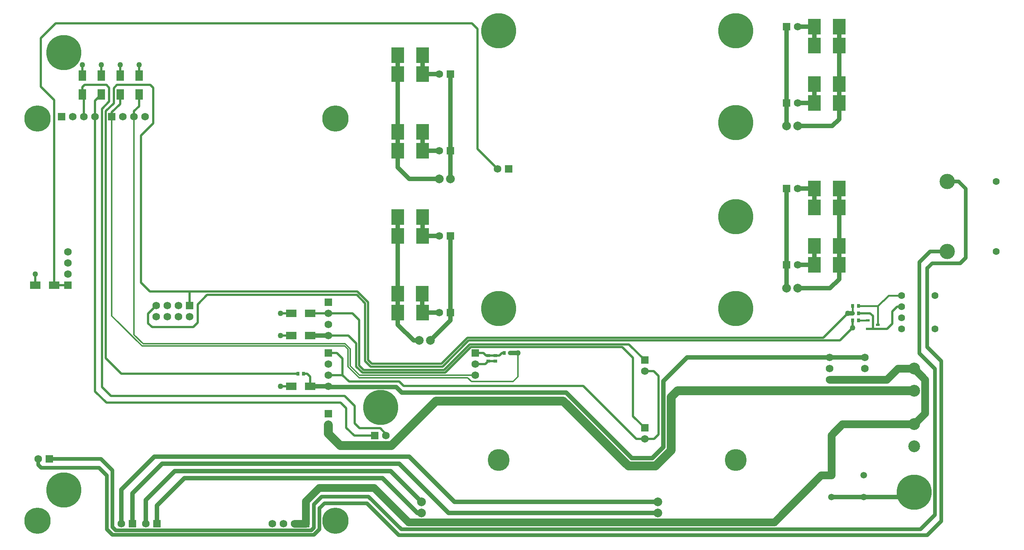
<source format=gtl>
G04*
G04 #@! TF.GenerationSoftware,Altium Limited,Altium Designer,22.8.2 (66)*
G04*
G04 Layer_Physical_Order=1*
G04 Layer_Color=255*
%FSLAX44Y44*%
%MOMM*%
G71*
G04*
G04 #@! TF.SameCoordinates,4EFE7699-17C8-4AF9-A536-91C0C68ECE63*
G04*
G04*
G04 #@! TF.FilePolarity,Positive*
G04*
G01*
G75*
%ADD14R,2.4500X1.7500*%
%ADD15R,0.7000X0.9500*%
%ADD16R,1.7500X2.4500*%
%ADD17R,2.9500X3.6000*%
%ADD18R,0.9000X0.6000*%
%ADD19R,0.9500X0.7000*%
%ADD39C,2.0000*%
%ADD40C,1.7500*%
%ADD41C,0.8300*%
%ADD42C,0.5000*%
%ADD43C,1.0000*%
%ADD44C,0.3500*%
%ADD45C,0.3810*%
%ADD46R,1.7500X1.7500*%
%ADD47C,1.7500*%
%ADD48R,1.7500X1.7500*%
%ADD49C,8.0000*%
%ADD50C,1.5000*%
%ADD51C,2.0000*%
%ADD52C,5.0000*%
%ADD53C,3.5000*%
%ADD54C,1.6000*%
%ADD55C,2.7000*%
%ADD56C,6.0000*%
%ADD57C,1.2700*%
D14*
X133350Y649990D02*
D03*
X90350D02*
D03*
X717550Y418690D02*
D03*
X674550D02*
D03*
X674550Y534890D02*
D03*
X717550D02*
D03*
X674550Y585470D02*
D03*
X717550D02*
D03*
D15*
X702460Y447040D02*
D03*
X689460D02*
D03*
X1968650Y585470D02*
D03*
X1955650D02*
D03*
X1173630Y494540D02*
D03*
X1160630D02*
D03*
X1955650Y601980D02*
D03*
X1968650D02*
D03*
X1968650Y568960D02*
D03*
X1955650D02*
D03*
D16*
X284193Y1128940D02*
D03*
Y1085940D02*
D03*
X327230Y1128940D02*
D03*
Y1085940D02*
D03*
X241157Y1128940D02*
D03*
Y1085940D02*
D03*
X198120Y1128940D02*
D03*
Y1085940D02*
D03*
D17*
X1868170Y827800D02*
D03*
X1924670D02*
D03*
X917633Y761980D02*
D03*
X974133D02*
D03*
X1924670Y1109160D02*
D03*
X1868170D02*
D03*
Y739160D02*
D03*
X1924670D02*
D03*
X1868170Y1065980D02*
D03*
X1924670D02*
D03*
X1868170Y695980D02*
D03*
X1924670D02*
D03*
X1868170Y1240980D02*
D03*
X1924670D02*
D03*
X1868170Y1197800D02*
D03*
X1924670D02*
D03*
X1868170Y870980D02*
D03*
X1924670D02*
D03*
X974133Y956980D02*
D03*
X917633D02*
D03*
X973553Y630160D02*
D03*
X917053D02*
D03*
X974133Y1000160D02*
D03*
X917633D02*
D03*
X974133Y586980D02*
D03*
X917633D02*
D03*
X974133Y1175160D02*
D03*
X917633D02*
D03*
X974133Y805160D02*
D03*
X917633D02*
D03*
X974133Y1131980D02*
D03*
X917633D02*
D03*
D18*
X1990090Y568910D02*
D03*
Y549910D02*
D03*
X2013090Y559410D02*
D03*
D19*
X1140460Y476100D02*
D03*
Y489100D02*
D03*
X1123950Y476100D02*
D03*
Y489100D02*
D03*
D39*
X1541780Y271780D02*
Y393700D01*
X1443990Y236220D02*
X1506220D01*
X1541780Y271780D01*
X1295400Y384810D02*
X1443990Y236220D01*
X1004570Y384810D02*
X1295400D01*
X1556095Y408015D02*
X1903240D01*
X1541780Y393700D02*
X1556095Y408015D01*
X1983340D02*
X2096152D01*
X786130Y283210D02*
X902970D01*
X1004570Y384810D01*
X758940Y310400D02*
Y330420D01*
Y310400D02*
X786130Y283210D01*
X1903240Y408015D02*
X1983340D01*
D40*
X707124Y104238D02*
Y155944D01*
X737870Y186690D02*
X863600D01*
X707124Y155944D02*
X737870Y186690D01*
X2096152Y458815D02*
X2120900Y434067D01*
Y356563D02*
Y434067D01*
X681724Y104238D02*
X707124D01*
X1932015Y331815D02*
X2096152D01*
X1776730Y107950D02*
X1883830Y215050D01*
X1983340Y433415D02*
X2033615D01*
X2059015Y458815D01*
X2096152Y331815D02*
X2120900Y356563D01*
X863600Y186690D02*
X942340Y107950D01*
X1776730D01*
X1907195Y306995D02*
X1932015Y331815D01*
X1907195Y215050D02*
Y306995D01*
X1903240Y433415D02*
X1983340D01*
X2059015Y458815D02*
X2096152D01*
X1883830Y215050D02*
X1907195D01*
D41*
X744220Y166370D02*
X850900D01*
X726440Y95250D02*
Y148590D01*
X744220Y166370D01*
X2157730Y110490D02*
Y476250D01*
X2125980Y508000D02*
X2157730Y476250D01*
X2125980Y508000D02*
Y688340D01*
X2108200Y494030D02*
Y702310D01*
X2143760Y124460D02*
Y458470D01*
X2108200Y494030D02*
X2143760Y458470D01*
X720090Y88900D02*
X726440Y95250D01*
X240440Y252320D02*
X266700Y226060D01*
X122670Y252320D02*
X240440D01*
X266700Y96520D02*
X274320Y88900D01*
X2108200Y702310D02*
X2132230Y726340D01*
X925830Y91440D02*
X2110740D01*
X266700Y96520D02*
Y226060D01*
X274320Y88900D02*
X720090D01*
X2132230Y726340D02*
X2171700D01*
X850900Y166370D02*
X925830Y91440D01*
X2110740D02*
X2143760Y124460D01*
X2137410Y699770D02*
X2200910D01*
X739140Y139700D02*
X750570Y151130D01*
X2171700Y886340D02*
X2197220D01*
X2125980Y688340D02*
X2137410Y699770D01*
X2125610Y78370D02*
X2157730Y110490D01*
X726440Y78740D02*
X739140Y91440D01*
X750570Y151130D02*
X847090D01*
X739140Y91440D02*
Y139700D01*
X254000Y91440D02*
X266700Y78740D01*
X97270Y239280D02*
X104140Y232410D01*
X919850Y78370D02*
X2125610D01*
X266700Y78740D02*
X726440D01*
X2200910Y699770D02*
X2213610Y712470D01*
X847090Y151130D02*
X919850Y78370D01*
X97270Y239280D02*
Y252320D01*
X254000Y91440D02*
Y214630D01*
X2197220Y886340D02*
X2213610Y869950D01*
Y712470D02*
Y869950D01*
X104140Y232410D02*
X236220D01*
X254000Y214630D01*
D42*
X806450Y429260D02*
X920750D01*
X930910Y419100D02*
X1341120D01*
X920750Y429260D02*
X930910Y419100D01*
X791620Y444090D02*
X806450Y429260D01*
X1341120Y419100D02*
X1462060Y298160D01*
X1480924D01*
X1445074Y514350D02*
X1480924Y478500D01*
X1023270Y455580D02*
X1082040Y514350D01*
X1445074D01*
X855980Y463550D02*
X1019810D01*
X1079500Y523240D01*
X1926590D01*
X1888490Y529590D02*
X1944370Y585470D01*
X1076960Y529590D02*
X1888490D01*
X1017270Y469900D02*
X1076960Y529590D01*
X1926590Y523240D02*
X1955800Y552450D01*
X858520Y469900D02*
X1017270D01*
X758940Y494890D02*
X778920D01*
X791620Y482190D01*
Y444090D02*
Y482190D01*
X327230Y1128940D02*
Y1153660D01*
X284193Y1128940D02*
Y1153660D01*
X241157Y1128940D02*
Y1153660D01*
X198120Y1128940D02*
Y1153660D01*
X90350Y649990D02*
Y674710D01*
X649830Y585470D02*
X674550D01*
X649830Y534890D02*
X674550D01*
X649830Y418690D02*
X674550D01*
X1087120Y1248410D02*
X1099820Y1235710D01*
X137160Y1248410D02*
X1087120D01*
X1099820Y960972D02*
Y1235710D01*
Y960972D02*
X1145242Y915550D01*
X327230Y1058750D02*
Y1085940D01*
X315800Y1047320D02*
X327230Y1058750D01*
X315800Y1035270D02*
Y1047320D01*
X284193Y1063973D02*
Y1085940D01*
X265000Y1044780D02*
X284193Y1063973D01*
X265000Y1035270D02*
Y1044780D01*
X226900Y1071683D02*
X241157Y1085940D01*
X226900Y1035270D02*
Y1071683D01*
X201500Y1035270D02*
Y1082560D01*
X198120Y1085940D02*
X201500Y1082560D01*
X198120Y1085940D02*
Y1102440D01*
X203120Y1107440D01*
X252730D01*
X259080Y1101090D01*
Y1069340D02*
Y1101090D01*
X242570Y1052830D02*
X259080Y1069340D01*
X251460Y1047750D02*
X269443Y1065733D01*
X251460Y482600D02*
Y1047750D01*
X269443Y1065733D02*
Y1100023D01*
X276860Y1107440D01*
X353060D01*
X717550Y418690D02*
Y440690D01*
X711200Y447040D02*
X717550Y440690D01*
X702460Y447040D02*
X711200D01*
X717550Y585470D02*
X717770Y585690D01*
X758940D01*
X287020Y447040D02*
X689460D01*
X251460Y482600D02*
X287020Y447040D01*
X353060Y1107440D02*
X359410Y1101090D01*
Y1019810D02*
Y1101090D01*
X331470Y991870D02*
X359410Y1019810D01*
X331470Y655320D02*
Y991870D01*
Y655320D02*
X351790Y635000D01*
X442710D01*
Y602840D02*
Y635000D01*
X825500D01*
X849630Y610870D01*
X242570Y416560D02*
X262890Y396240D01*
X242570Y416560D02*
Y1052830D01*
X102870Y1103630D02*
X133350Y1073150D01*
Y649990D02*
Y1073150D01*
Y649990D02*
X164580D01*
X102870Y1214120D02*
X137160Y1248410D01*
X102870Y1103630D02*
Y1214120D01*
X800100Y323850D02*
Y368300D01*
X226900Y406830D02*
Y1035270D01*
X252730Y381000D02*
X787400D01*
X226900Y406830D02*
X252730Y381000D01*
X800100Y323850D02*
X818170Y305780D01*
X865092D01*
X787400Y381000D02*
X800100Y368300D01*
X877570Y322580D02*
X890492Y309658D01*
X819150Y334010D02*
X830580Y322580D01*
X890492Y305780D02*
Y309658D01*
X819150Y334010D02*
Y373380D01*
X830580Y322580D02*
X877570D01*
X796290Y396240D02*
X819150Y373380D01*
X262890Y396240D02*
X796290D01*
X758940Y444090D02*
X791620D01*
X1501430Y453100D02*
X1512570Y441960D01*
X1502120Y298160D02*
X1512570Y308610D01*
X1480924Y453100D02*
X1501430D01*
X1480924Y298160D02*
X1502120D01*
X1512570Y308610D02*
Y441960D01*
X758940Y585690D02*
X813850D01*
X829310Y465685D02*
Y570230D01*
Y465685D02*
X839415Y455580D01*
X813850Y585690D02*
X829310Y570230D01*
X839415Y455580D02*
X1023270D01*
X1454150Y350334D02*
X1480924Y323560D01*
X1084580Y508000D02*
X1430020D01*
X836930Y449580D02*
X1026160D01*
X1430020Y508000D02*
X1454150Y483870D01*
X822960Y463550D02*
X836930Y449580D01*
X1454150Y350334D02*
Y483870D01*
X1026160Y449580D02*
X1084580Y508000D01*
X822960Y463550D02*
Y516890D01*
X758940Y534890D02*
X804960D01*
X822960Y516890D01*
X461010Y605790D02*
X482600Y627380D01*
X347980Y584310D02*
X366510Y602840D01*
X461010Y563880D02*
Y605790D01*
X843280Y476250D02*
X855980Y463550D01*
X347980Y562610D02*
Y584310D01*
X450850Y553720D02*
X461010Y563880D01*
X843280Y476250D02*
Y608330D01*
X824230Y627380D02*
X843280Y608330D01*
X356870Y553720D02*
X450850D01*
X482600Y627380D02*
X824230D01*
X347980Y562610D02*
X356870Y553720D01*
X849630Y478790D02*
X858520Y469900D01*
X849630Y478790D02*
Y610870D01*
X1955650Y552600D02*
X1955800Y552450D01*
X1955650Y552600D02*
Y568960D01*
X2057400Y600710D02*
X2067560D01*
X2045970Y589280D02*
X2057400Y600710D01*
X2045970Y561340D02*
Y589280D01*
X2034540Y549910D02*
X2045970Y561340D01*
X2001590Y549910D02*
X2034540D01*
X2001590D02*
Y579050D01*
X1990090Y549910D02*
X2001590D01*
X1995170Y585470D02*
X2001590Y579050D01*
X1968650Y585470D02*
X1995170D01*
X1123950Y476100D02*
X1140460D01*
X1116990Y469140D02*
X1123950Y476100D01*
X1094442Y469140D02*
X1116990D01*
X1154940Y494540D02*
X1160630D01*
X1149500Y489100D02*
X1154940Y494540D01*
X1140460Y489100D02*
X1149500D01*
X1123950D02*
X1140460D01*
X1118720D02*
X1123950D01*
X1113280Y494540D02*
X1118720Y489100D01*
X1094442Y494540D02*
X1113280D01*
D43*
X361950Y257810D02*
X943610D01*
X1047033Y154387D01*
X1511300D01*
X286590Y182450D02*
X361950Y257810D01*
X311990Y173560D02*
X379730Y241300D01*
X920750D02*
X1033063Y128987D01*
X379730Y241300D02*
X920750D01*
X408940Y224790D02*
X901147D01*
X342470Y158320D02*
X408940Y224790D01*
X901147D02*
X971550Y154387D01*
X430530Y208280D02*
X882650D01*
X367870Y145620D02*
X430530Y208280D01*
X882650D02*
X961943Y128987D01*
X926402Y403860D02*
X1301750D01*
X1451610Y254000D02*
X1498600D01*
X1301750Y403860D02*
X1451610Y254000D01*
X1524000Y279400D02*
Y430530D01*
X1577685Y484215D02*
X1903240D01*
X1524000Y430530D02*
X1577685Y484215D01*
X1498600Y254000D02*
X1524000Y279400D01*
X953770Y523240D02*
X966470D01*
X917633Y559377D02*
Y586980D01*
Y559377D02*
X953770Y523240D01*
X1037931Y569301D02*
Y586980D01*
X991870Y523240D02*
X1037931Y569301D01*
X758940Y534890D02*
X758940Y534890D01*
X717550Y534890D02*
X758940D01*
X342470Y104360D02*
Y158320D01*
X961943Y128987D02*
X971550D01*
X367870Y104360D02*
Y145620D01*
X286590Y104360D02*
Y182450D01*
X311990Y104360D02*
Y173560D01*
X1033063Y128987D02*
X1511300D01*
X761070Y416560D02*
X913702D01*
X758940Y418690D02*
X761070Y416560D01*
X1903240Y484215D02*
X1983340D01*
X913702Y416560D02*
X926402Y403860D01*
X1907195Y165050D02*
X1980855D01*
X2084722D02*
X2096152Y176480D01*
X1980855Y165050D02*
X2084722D01*
X717550Y418690D02*
X758940D01*
X1944370Y585470D02*
X1955650D01*
X1955650Y585470D01*
X1173630Y494540D02*
X1192020D01*
X917633Y586980D02*
Y630160D01*
Y761980D01*
X1924670Y1197800D02*
Y1240980D01*
Y1109160D02*
Y1197800D01*
Y1065980D02*
Y1109160D01*
Y1029320D02*
Y1065980D01*
X1908810Y1013460D02*
X1924670Y1029320D01*
X1829772Y1013460D02*
X1908810D01*
X1924670Y827800D02*
Y870980D01*
Y663560D02*
Y827800D01*
X1903730Y642620D02*
X1924670Y663560D01*
X1829772Y642620D02*
X1903730D01*
X1804372Y1065980D02*
Y1240980D01*
Y1013460D02*
Y1065980D01*
Y695980D02*
Y870980D01*
Y642620D02*
Y695980D01*
X917633Y1131980D02*
Y1175160D01*
Y1000160D02*
Y1131980D01*
Y956980D02*
Y1000160D01*
Y918787D02*
Y956980D01*
Y918787D02*
X943610Y892810D01*
X1012531D01*
X1037931D02*
Y1131980D01*
X1037931Y1131980D01*
X917633Y761980D02*
Y805160D01*
X1037931Y586980D02*
Y761980D01*
X1012531Y586980D02*
X1012531Y586980D01*
X974133Y586980D02*
X1012531D01*
X973553Y587560D02*
X974133Y586980D01*
X973553Y587560D02*
Y630160D01*
X974110Y762003D02*
Y805160D01*
X974133Y761980D02*
X974133Y761980D01*
X1012531D01*
X974110Y762003D02*
X974133Y761980D01*
X974110Y805160D02*
X974133D01*
X1012531Y956980D02*
X1012531Y956980D01*
X974133Y956980D02*
X1012531D01*
X974133D02*
Y1000160D01*
X1012531Y1131980D02*
X1012531Y1131980D01*
X974133Y1131980D02*
X1012531D01*
X974133D02*
Y1175160D01*
X1868170Y1240980D02*
X1868170Y1240980D01*
X1829772Y1240980D02*
X1868170D01*
X1868170Y1197800D02*
Y1240980D01*
X1829772Y1065980D02*
X1868170D01*
X1868170Y1065980D01*
Y1109160D01*
X1829772Y870980D02*
X1868170D01*
X1868170Y870980D01*
Y827800D02*
Y870980D01*
X1868170Y695980D02*
Y739160D01*
X1829772Y695980D02*
X1829772Y695980D01*
X1868170D01*
D44*
X803910Y463536D02*
X828206Y439240D01*
X1192020Y440180D02*
Y494540D01*
X1181100Y429260D02*
X1192020Y440180D01*
X1085850Y429260D02*
X1181100D01*
X828206Y439240D02*
X828220D01*
X265000Y579550D02*
Y1035270D01*
X803910Y463536D02*
Y502906D01*
X1076960Y438150D02*
X1085850Y429260D01*
X796276Y510540D02*
X803910Y502906D01*
X265000Y579550D02*
X334010Y510540D01*
X796276D01*
X828220Y439240D02*
X829310Y438150D01*
X1076960D01*
X315800Y536370D02*
Y1035270D01*
Y536370D02*
X336550Y515620D01*
X830070Y443740D02*
X1094442D01*
X808990Y464820D02*
Y504190D01*
X336550Y515620D02*
X797560D01*
X808990Y464820D02*
X830070Y443740D01*
X797560Y515620D02*
X808990Y504190D01*
D45*
X1990040Y568960D02*
X1990090Y568910D01*
X1968650Y568960D02*
X1990040D01*
X1955650Y585470D02*
Y601980D01*
X2013090D02*
X2037220Y626110D01*
X2067560D01*
X1968650Y601980D02*
X2013090D01*
Y559410D02*
Y601980D01*
D46*
X442710Y602840D02*
D03*
X865092Y305780D02*
D03*
X150700Y1035270D02*
D03*
X265000D02*
D03*
X707124Y104238D02*
D03*
X1170642Y915550D02*
D03*
X122670Y252320D02*
D03*
X367870Y104360D02*
D03*
X311990D02*
D03*
X1037931Y586980D02*
D03*
Y761980D02*
D03*
X1037931Y1131980D02*
D03*
Y956980D02*
D03*
X1804372Y1240980D02*
D03*
Y1065980D02*
D03*
Y695980D02*
D03*
Y870980D02*
D03*
D47*
X442710Y577440D02*
D03*
X417310Y602840D02*
D03*
Y577440D02*
D03*
X391910Y602840D02*
D03*
Y577440D02*
D03*
X366510Y602840D02*
D03*
Y577440D02*
D03*
X758940Y469490D02*
D03*
Y444090D02*
D03*
Y418690D02*
D03*
X1903240Y484215D02*
D03*
Y458815D02*
D03*
Y433415D02*
D03*
Y408015D02*
D03*
X890492Y305780D02*
D03*
X1094442Y469140D02*
D03*
Y443740D02*
D03*
X1983340Y458815D02*
D03*
Y433415D02*
D03*
Y484215D02*
D03*
Y408015D02*
D03*
X758940Y330420D02*
D03*
X164580Y726190D02*
D03*
Y700790D02*
D03*
Y675390D02*
D03*
X758940Y534890D02*
D03*
Y560290D02*
D03*
Y585690D02*
D03*
X226900Y1035270D02*
D03*
X201500D02*
D03*
X176100D02*
D03*
X341200D02*
D03*
X315800D02*
D03*
X290400D02*
D03*
X630924Y104238D02*
D03*
X656324D02*
D03*
X681724D02*
D03*
X1480924Y298160D02*
D03*
X1145242Y915550D02*
D03*
X97270Y252320D02*
D03*
X342470Y104360D02*
D03*
X286590D02*
D03*
X1480924Y453100D02*
D03*
X1012531Y586980D02*
D03*
Y761980D02*
D03*
X1012531Y1131980D02*
D03*
Y956980D02*
D03*
X1829772Y1240980D02*
D03*
Y1065980D02*
D03*
Y695980D02*
D03*
Y870980D02*
D03*
D48*
X758940Y494890D02*
D03*
X1094442Y494540D02*
D03*
X758940Y355820D02*
D03*
X164580Y649990D02*
D03*
X758940Y611090D02*
D03*
X1480924Y478500D02*
D03*
Y323560D02*
D03*
D49*
X155450Y1181480D02*
D03*
X155450Y181480D02*
D03*
X878542Y370550D02*
D03*
X2096152Y176480D02*
D03*
X1147365Y596480D02*
D03*
X1688960D02*
D03*
X1688960Y1231480D02*
D03*
X1147365D02*
D03*
X1688960Y1021630D02*
D03*
X1688960Y806330D02*
D03*
D50*
X1907195Y215050D02*
D03*
Y165050D02*
D03*
X1980855Y215050D02*
D03*
Y165050D02*
D03*
D51*
X1829772Y1013460D02*
D03*
X1804372D02*
D03*
X991870Y523240D02*
D03*
X966470D02*
D03*
X1511300Y154387D02*
D03*
Y128987D02*
D03*
X971550Y154387D02*
D03*
Y128987D02*
D03*
X1829772Y642620D02*
D03*
X1804372D02*
D03*
X1012531Y892810D02*
D03*
X1037931D02*
D03*
D52*
X1147374Y250000D02*
D03*
X1688968D02*
D03*
D53*
X2171700Y726340D02*
D03*
Y886340D02*
D03*
D54*
X2283460Y726338D02*
D03*
Y886338D02*
D03*
X2067560Y626110D02*
D03*
X2143760D02*
D03*
X2067560Y600710D02*
D03*
Y575310D02*
D03*
Y549910D02*
D03*
X2143760D02*
D03*
D55*
X2096152Y408015D02*
D03*
Y458815D02*
D03*
Y281015D02*
D03*
Y331815D02*
D03*
D56*
X775450Y1030830D02*
D03*
X95450D02*
D03*
X775450Y110830D02*
D03*
X95450D02*
D03*
D57*
X327230Y1153660D02*
D03*
X284193D02*
D03*
X241157D02*
D03*
X198120D02*
D03*
X90350Y674710D02*
D03*
X649830Y585470D02*
D03*
X649830Y534890D02*
D03*
X649830Y418690D02*
D03*
X1955800Y552450D02*
D03*
X1944370Y585470D02*
D03*
X1192020Y494540D02*
D03*
M02*

</source>
